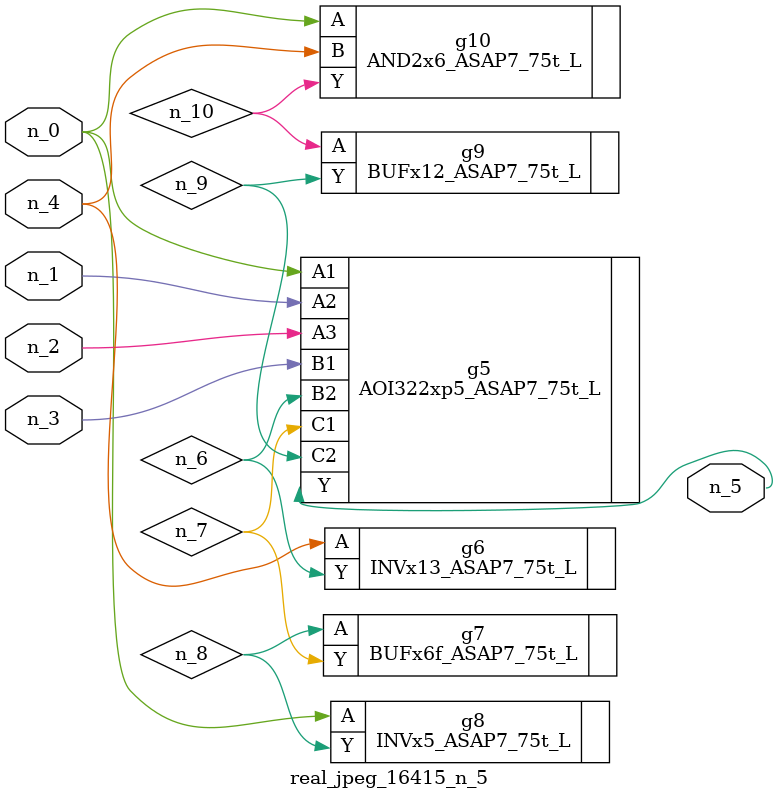
<source format=v>
module real_jpeg_16415_n_5 (n_4, n_0, n_1, n_2, n_3, n_5);

input n_4;
input n_0;
input n_1;
input n_2;
input n_3;

output n_5;

wire n_8;
wire n_6;
wire n_7;
wire n_10;
wire n_9;

AOI322xp5_ASAP7_75t_L g5 ( 
.A1(n_0),
.A2(n_1),
.A3(n_2),
.B1(n_3),
.B2(n_6),
.C1(n_7),
.C2(n_9),
.Y(n_5)
);

INVx5_ASAP7_75t_L g8 ( 
.A(n_0),
.Y(n_8)
);

AND2x6_ASAP7_75t_L g10 ( 
.A(n_0),
.B(n_4),
.Y(n_10)
);

INVx13_ASAP7_75t_L g6 ( 
.A(n_4),
.Y(n_6)
);

BUFx6f_ASAP7_75t_L g7 ( 
.A(n_8),
.Y(n_7)
);

BUFx12_ASAP7_75t_L g9 ( 
.A(n_10),
.Y(n_9)
);


endmodule
</source>
